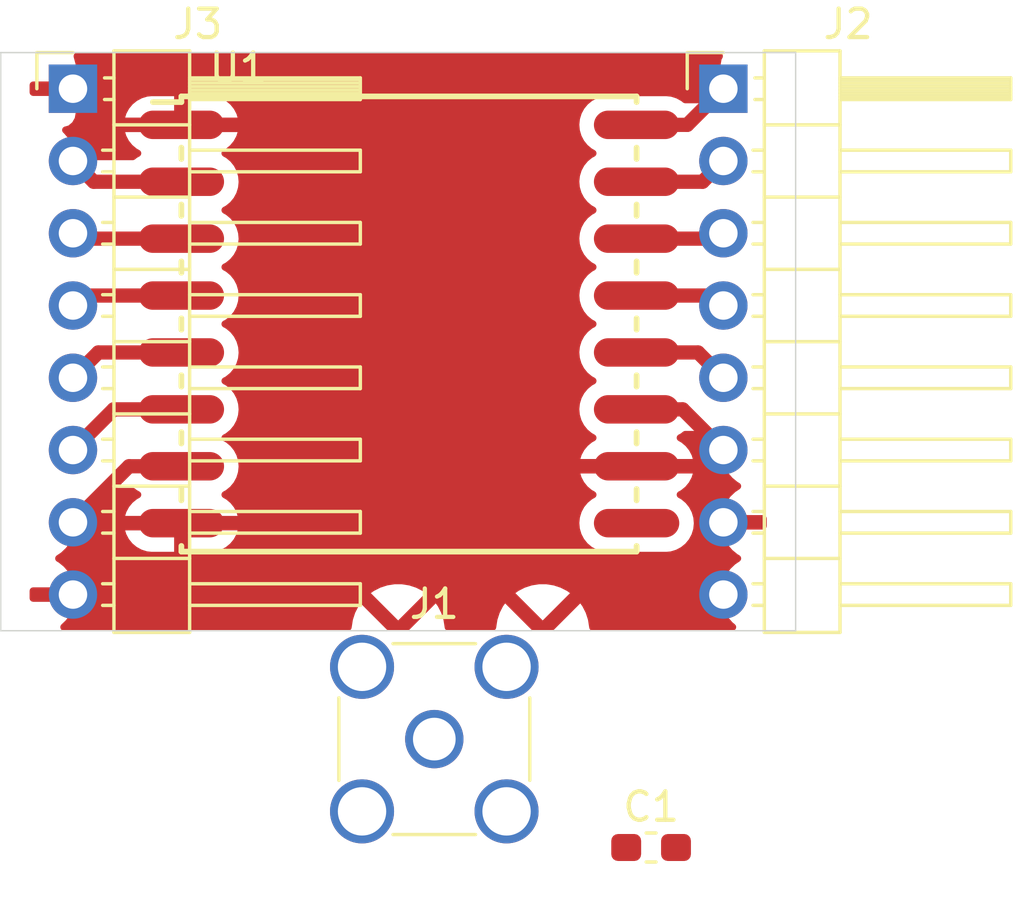
<source format=kicad_pcb>
(kicad_pcb (version 20190905) (host pcbnew "5.99.0-unknown-072ea9a~86~ubuntu18.04.1")

  (general
    (thickness 1.6)
    (drawings 4)
    (tracks 24)
    (modules 5)
    (nets 16)
  )

  (page "A4")
  (layers
    (0 "F.Cu" signal)
    (31 "B.Cu" signal)
    (32 "B.Adhes" user)
    (33 "F.Adhes" user)
    (34 "B.Paste" user)
    (35 "F.Paste" user)
    (36 "B.SilkS" user)
    (37 "F.SilkS" user)
    (38 "B.Mask" user)
    (39 "F.Mask" user)
    (40 "Dwgs.User" user)
    (41 "Cmts.User" user)
    (42 "Eco1.User" user)
    (43 "Eco2.User" user)
    (44 "Edge.Cuts" user)
    (45 "Margin" user)
    (46 "B.CrtYd" user)
    (47 "F.CrtYd" user)
    (48 "B.Fab" user)
    (49 "F.Fab" user)
  )

  (setup
    (stackup
      (layer "F.SilkS" (type "Top Silk Screen"))
      (layer "F.Paste" (type "Top Solder Paste"))
      (layer "F.Mask" (type "Top Solder Mask") (thickness 0.01) (epsilon_r 3.5) (loss_tangent 0))
      (layer "F.Cu" (type "copper") (thickness 0.035))
      (layer "dielectric 1" (type "core") (thickness 1.51) (material "FR4") (epsilon_r 4.5) (loss_tangent 0.02))
      (layer "B.Cu" (type "copper") (thickness 0.035))
      (layer "B.Mask" (type "Bottom Solder Mask") (thickness 0.01) (epsilon_r 3.5) (loss_tangent 0))
      (layer "B.Paste" (type "Bottom Solder Paste"))
      (layer "B.SilkS" (type "Bottom Silk Screen"))
      (copper_finish "None")
      (dielectric_constraints no)
    )
    (last_trace_width 0.5)
    (user_trace_width 0.3)
    (user_trace_width 0.4)
    (user_trace_width 0.5)
    (trace_clearance 0.2)
    (zone_clearance 0.508)
    (zone_45_only no)
    (trace_min 0.2)
    (via_size 0.8)
    (via_drill 0.4)
    (via_min_size 0.4)
    (via_min_drill 0.3)
    (uvia_size 0.3)
    (uvia_drill 0.1)
    (uvias_allowed no)
    (uvia_min_size 0.2)
    (uvia_min_drill 0.1)
    (max_error 0.005)
    (defaults
      (edge_clearance 0.01)
      (edge_cuts_line_width 0.05)
      (courtyard_line_width 0.05)
      (copper_line_width 0.2)
      (copper_text_dims (size 1.5 1.5) (thickness 0.3) keep_upright)
      (silk_line_width 0.12)
      (silk_text_dims (size 1 1) (thickness 0.15) keep_upright)
      (other_layers_line_width 0.1)
      (other_layers_text_dims (size 1 1) (thickness 0.15) keep_upright)
    )
    (pad_size 3 1)
    (pad_drill 0)
    (pad_to_mask_clearance 0.051)
    (solder_mask_min_width 0.25)
    (aux_axis_origin 0 0)
    (visible_elements FFFFFF7F)
    (pcbplotparams
      (layerselection 0x010fc_ffffffff)
      (usegerberextensions false)
      (usegerberattributes false)
      (usegerberadvancedattributes false)
      (creategerberjobfile false)
      (excludeedgelayer true)
      (linewidth 0.100000)
      (plotframeref false)
      (viasonmask false)
      (mode 1)
      (useauxorigin false)
      (hpglpennumber 1)
      (hpglpenspeed 20)
      (hpglpendiameter 15.000000)
      (psnegative false)
      (psa4output false)
      (plotreference true)
      (plotvalue true)
      (plotinvisibletext false)
      (padsonsilk false)
      (subtractmaskfromsilk false)
      (outputformat 1)
      (mirror false)
      (drillshape 1)
      (scaleselection 1)
      (outputdirectory "")
    )
  )

  (net 0 "")
  (net 1 "GND")
  (net 2 "+3V3")
  (net 3 "/RFM_IRQ")
  (net 4 "/RFM_RST")
  (net 5 "/RFM_NSS")
  (net 6 "/RFM_SCK")
  (net 7 "/RFM_MOSI")
  (net 8 "/RFM_MISO")
  (net 9 "Net-(J2-Pad8)")
  (net 10 "/ANT")
  (net 11 "/DIO02")
  (net 12 "/DIO01")
  (net 13 "/DIO04")
  (net 14 "/DIO03")
  (net 15 "/DIO5")

  (net_class "Default" "This is the default net class."
    (clearance 0.2)
    (trace_width 0.25)
    (via_dia 0.8)
    (via_drill 0.4)
    (uvia_dia 0.3)
    (uvia_drill 0.1)
    (add_net "+3V3")
    (add_net "/ANT")
    (add_net "/DIO01")
    (add_net "/DIO02")
    (add_net "/DIO03")
    (add_net "/DIO04")
    (add_net "/DIO5")
    (add_net "/RFM_IRQ")
    (add_net "/RFM_MISO")
    (add_net "/RFM_MOSI")
    (add_net "/RFM_NSS")
    (add_net "/RFM_RST")
    (add_net "/RFM_SCK")
    (add_net "GND")
    (add_net "Net-(J2-Pad8)")
  )

  (module "miceuz-lib:RFM95" (layer "F.Cu") (tedit 5D84EB73) (tstamp 5D84F5A0)
    (at 132.08 77.47)
    (path "/5D82CC67")
    (fp_text reference "U1" (at 2 -2) (layer "F.SilkS")
      (effects (font (size 1 1) (thickness 0.15)))
    )
    (fp_text value "RFM95W-868S2" (at 13.5 -1.8) (layer "F.Fab")
      (effects (font (size 1 1) (thickness 0.15)))
    )
    (fp_line (start 0 15) (end 0 14.8) (layer "F.SilkS") (width 0.2))
    (fp_line (start 16 15) (end 0 15) (layer "F.SilkS") (width 0.2))
    (fp_line (start 16 14.8) (end 16 15) (layer "F.SilkS") (width 0.2))
    (fp_line (start 16 12.8) (end 16 13.2) (layer "F.SilkS") (width 0.2))
    (fp_line (start 16 10.8) (end 16 11.2) (layer "F.SilkS") (width 0.2))
    (fp_line (start 16 8.8) (end 16 9.2) (layer "F.SilkS") (width 0.2))
    (fp_line (start 16 6.8) (end 16 7.2) (layer "F.SilkS") (width 0.2))
    (fp_line (start 16 4.8) (end 16 5.2) (layer "F.SilkS") (width 0.2))
    (fp_line (start 16 2.8) (end 16 3.2) (layer "F.SilkS") (width 0.2))
    (fp_line (start 16 0.8) (end 16 1.2) (layer "F.SilkS") (width 0.2))
    (fp_line (start 16 -1) (end 16 -0.8) (layer "F.SilkS") (width 0.2))
    (fp_line (start 0 12.8) (end 0 13.2) (layer "F.SilkS") (width 0.2))
    (fp_line (start 0 -0.8) (end 0 -1) (layer "F.SilkS") (width 0.2))
    (fp_line (start -1 -0.8) (end 0 -0.8) (layer "F.SilkS") (width 0.2))
    (fp_line (start 0 1.2) (end 0 0.8) (layer "F.SilkS") (width 0.2))
    (fp_line (start 0 3.2) (end 0 2.8) (layer "F.SilkS") (width 0.2))
    (fp_line (start 0 4.8) (end 0 5.2) (layer "F.SilkS") (width 0.2))
    (fp_line (start 0 6.8) (end 0 7.2) (layer "F.SilkS") (width 0.2))
    (fp_line (start 0 8.8) (end 0 9.2) (layer "F.SilkS") (width 0.2))
    (fp_line (start 0 10.8) (end 0 11.2) (layer "F.SilkS") (width 0.2))
    (fp_line (start 0 -1) (end 16 -1) (layer "F.SilkS") (width 0.2))
    (pad "16" smd oval (at 16 0) (size 3 1) (layers "F.Cu" "F.Paste" "F.Mask")
      (net 11 "/DIO02"))
    (pad "15" smd oval (at 16 2) (size 3 1) (layers "F.Cu" "F.Paste" "F.Mask")
      (net 12 "/DIO01"))
    (pad "14" smd oval (at 16 4) (size 3 1) (layers "F.Cu" "F.Paste" "F.Mask")
      (net 3 "/RFM_IRQ"))
    (pad "13" smd oval (at 16 6) (size 3 1) (layers "F.Cu" "F.Paste" "F.Mask")
      (net 2 "+3V3"))
    (pad "12" smd oval (at 16 8) (size 3 1) (layers "F.Cu" "F.Paste" "F.Mask")
      (net 13 "/DIO04"))
    (pad "11" smd oval (at 16 10) (size 3 1) (layers "F.Cu" "F.Paste" "F.Mask")
      (net 14 "/DIO03"))
    (pad "10" smd oval (at 16 12) (size 3 1) (layers "F.Cu" "F.Paste" "F.Mask")
      (net 1 "GND"))
    (pad "9" smd oval (at 16 14) (size 3 1) (layers "F.Cu" "F.Paste" "F.Mask")
      (net 10 "/ANT"))
    (pad "8" smd oval (at 0 14) (size 3 1) (layers "F.Cu" "F.Paste" "F.Mask")
      (net 1 "GND"))
    (pad "7" smd oval (at 0 12) (size 3 1) (layers "F.Cu" "F.Paste" "F.Mask")
      (net 15 "/DIO5"))
    (pad "6" smd oval (at 0 10) (size 3 1) (layers "F.Cu" "F.Paste" "F.Mask")
      (net 4 "/RFM_RST"))
    (pad "5" smd oval (at 0 8) (size 3 1) (layers "F.Cu" "F.Paste" "F.Mask")
      (net 5 "/RFM_NSS"))
    (pad "4" smd oval (at 0 6) (size 3 1) (layers "F.Cu" "F.Paste" "F.Mask")
      (net 6 "/RFM_SCK"))
    (pad "3" smd oval (at 0 4) (size 3 1) (layers "F.Cu" "F.Paste" "F.Mask")
      (net 7 "/RFM_MOSI"))
    (pad "2" smd oval (at 0 2) (size 3 1) (layers "F.Cu" "F.Paste" "F.Mask")
      (net 8 "/RFM_MISO"))
    (pad "1" smd oval (at 0 0) (size 3 1) (layers "F.Cu" "F.Paste" "F.Mask")
      (net 1 "GND"))
    (model "/home/miceuz/Xaltura/lora-brigde/RFM95 LoRa v15.step"
      (offset (xyz 16 -15 0))
      (scale (xyz 1 1 1))
      (rotate (xyz -90 0 180))
    )
  )

  (module "Pin_Headers:Pin_Header_Angled_1x08_Pitch2.54mm" (layer "F.Cu") (tedit 59650532) (tstamp 5D850547)
    (at 128.27 76.2)
    (descr "Through hole angled pin header, 1x08, 2.54mm pitch, 6mm pin length, single row")
    (tags "Through hole angled pin header THT 1x08 2.54mm single row")
    (path "/5D893DE2")
    (fp_text reference "J3" (at 4.385 -2.27) (layer "F.SilkS")
      (effects (font (size 1 1) (thickness 0.15)))
    )
    (fp_text value "Conn_01x08" (at 4.385 20.05) (layer "F.Fab")
      (effects (font (size 1 1) (thickness 0.15)))
    )
    (fp_text user "%R" (at 2.77 8.89 90) (layer "F.Fab")
      (effects (font (size 1 1) (thickness 0.15)))
    )
    (fp_line (start 10.55 -1.8) (end -1.8 -1.8) (layer "F.CrtYd") (width 0.05))
    (fp_line (start 10.55 19.55) (end 10.55 -1.8) (layer "F.CrtYd") (width 0.05))
    (fp_line (start -1.8 19.55) (end 10.55 19.55) (layer "F.CrtYd") (width 0.05))
    (fp_line (start -1.8 -1.8) (end -1.8 19.55) (layer "F.CrtYd") (width 0.05))
    (fp_line (start -1.27 -1.27) (end 0 -1.27) (layer "F.SilkS") (width 0.12))
    (fp_line (start -1.27 0) (end -1.27 -1.27) (layer "F.SilkS") (width 0.12))
    (fp_line (start 1.042929 18.16) (end 1.44 18.16) (layer "F.SilkS") (width 0.12))
    (fp_line (start 1.042929 17.4) (end 1.44 17.4) (layer "F.SilkS") (width 0.12))
    (fp_line (start 10.1 18.16) (end 4.1 18.16) (layer "F.SilkS") (width 0.12))
    (fp_line (start 10.1 17.4) (end 10.1 18.16) (layer "F.SilkS") (width 0.12))
    (fp_line (start 4.1 17.4) (end 10.1 17.4) (layer "F.SilkS") (width 0.12))
    (fp_line (start 1.44 16.51) (end 4.1 16.51) (layer "F.SilkS") (width 0.12))
    (fp_line (start 1.042929 15.62) (end 1.44 15.62) (layer "F.SilkS") (width 0.12))
    (fp_line (start 1.042929 14.86) (end 1.44 14.86) (layer "F.SilkS") (width 0.12))
    (fp_line (start 10.1 15.62) (end 4.1 15.62) (layer "F.SilkS") (width 0.12))
    (fp_line (start 10.1 14.86) (end 10.1 15.62) (layer "F.SilkS") (width 0.12))
    (fp_line (start 4.1 14.86) (end 10.1 14.86) (layer "F.SilkS") (width 0.12))
    (fp_line (start 1.44 13.97) (end 4.1 13.97) (layer "F.SilkS") (width 0.12))
    (fp_line (start 1.042929 13.08) (end 1.44 13.08) (layer "F.SilkS") (width 0.12))
    (fp_line (start 1.042929 12.32) (end 1.44 12.32) (layer "F.SilkS") (width 0.12))
    (fp_line (start 10.1 13.08) (end 4.1 13.08) (layer "F.SilkS") (width 0.12))
    (fp_line (start 10.1 12.32) (end 10.1 13.08) (layer "F.SilkS") (width 0.12))
    (fp_line (start 4.1 12.32) (end 10.1 12.32) (layer "F.SilkS") (width 0.12))
    (fp_line (start 1.44 11.43) (end 4.1 11.43) (layer "F.SilkS") (width 0.12))
    (fp_line (start 1.042929 10.54) (end 1.44 10.54) (layer "F.SilkS") (width 0.12))
    (fp_line (start 1.042929 9.78) (end 1.44 9.78) (layer "F.SilkS") (width 0.12))
    (fp_line (start 10.1 10.54) (end 4.1 10.54) (layer "F.SilkS") (width 0.12))
    (fp_line (start 10.1 9.78) (end 10.1 10.54) (layer "F.SilkS") (width 0.12))
    (fp_line (start 4.1 9.78) (end 10.1 9.78) (layer "F.SilkS") (width 0.12))
    (fp_line (start 1.44 8.89) (end 4.1 8.89) (layer "F.SilkS") (width 0.12))
    (fp_line (start 1.042929 8) (end 1.44 8) (layer "F.SilkS") (width 0.12))
    (fp_line (start 1.042929 7.24) (end 1.44 7.24) (layer "F.SilkS") (width 0.12))
    (fp_line (start 10.1 8) (end 4.1 8) (layer "F.SilkS") (width 0.12))
    (fp_line (start 10.1 7.24) (end 10.1 8) (layer "F.SilkS") (width 0.12))
    (fp_line (start 4.1 7.24) (end 10.1 7.24) (layer "F.SilkS") (width 0.12))
    (fp_line (start 1.44 6.35) (end 4.1 6.35) (layer "F.SilkS") (width 0.12))
    (fp_line (start 1.042929 5.46) (end 1.44 5.46) (layer "F.SilkS") (width 0.12))
    (fp_line (start 1.042929 4.7) (end 1.44 4.7) (layer "F.SilkS") (width 0.12))
    (fp_line (start 10.1 5.46) (end 4.1 5.46) (layer "F.SilkS") (width 0.12))
    (fp_line (start 10.1 4.7) (end 10.1 5.46) (layer "F.SilkS") (width 0.12))
    (fp_line (start 4.1 4.7) (end 10.1 4.7) (layer "F.SilkS") (width 0.12))
    (fp_line (start 1.44 3.81) (end 4.1 3.81) (layer "F.SilkS") (width 0.12))
    (fp_line (start 1.042929 2.92) (end 1.44 2.92) (layer "F.SilkS") (width 0.12))
    (fp_line (start 1.042929 2.16) (end 1.44 2.16) (layer "F.SilkS") (width 0.12))
    (fp_line (start 10.1 2.92) (end 4.1 2.92) (layer "F.SilkS") (width 0.12))
    (fp_line (start 10.1 2.16) (end 10.1 2.92) (layer "F.SilkS") (width 0.12))
    (fp_line (start 4.1 2.16) (end 10.1 2.16) (layer "F.SilkS") (width 0.12))
    (fp_line (start 1.44 1.27) (end 4.1 1.27) (layer "F.SilkS") (width 0.12))
    (fp_line (start 1.11 0.38) (end 1.44 0.38) (layer "F.SilkS") (width 0.12))
    (fp_line (start 1.11 -0.38) (end 1.44 -0.38) (layer "F.SilkS") (width 0.12))
    (fp_line (start 4.1 0.28) (end 10.1 0.28) (layer "F.SilkS") (width 0.12))
    (fp_line (start 4.1 0.16) (end 10.1 0.16) (layer "F.SilkS") (width 0.12))
    (fp_line (start 4.1 0.04) (end 10.1 0.04) (layer "F.SilkS") (width 0.12))
    (fp_line (start 4.1 -0.08) (end 10.1 -0.08) (layer "F.SilkS") (width 0.12))
    (fp_line (start 4.1 -0.2) (end 10.1 -0.2) (layer "F.SilkS") (width 0.12))
    (fp_line (start 4.1 -0.32) (end 10.1 -0.32) (layer "F.SilkS") (width 0.12))
    (fp_line (start 10.1 0.38) (end 4.1 0.38) (layer "F.SilkS") (width 0.12))
    (fp_line (start 10.1 -0.38) (end 10.1 0.38) (layer "F.SilkS") (width 0.12))
    (fp_line (start 4.1 -0.38) (end 10.1 -0.38) (layer "F.SilkS") (width 0.12))
    (fp_line (start 4.1 -1.33) (end 1.44 -1.33) (layer "F.SilkS") (width 0.12))
    (fp_line (start 4.1 19.11) (end 4.1 -1.33) (layer "F.SilkS") (width 0.12))
    (fp_line (start 1.44 19.11) (end 4.1 19.11) (layer "F.SilkS") (width 0.12))
    (fp_line (start 1.44 -1.33) (end 1.44 19.11) (layer "F.SilkS") (width 0.12))
    (fp_line (start 4.04 18.1) (end 10.04 18.1) (layer "F.Fab") (width 0.1))
    (fp_line (start 10.04 17.46) (end 10.04 18.1) (layer "F.Fab") (width 0.1))
    (fp_line (start 4.04 17.46) (end 10.04 17.46) (layer "F.Fab") (width 0.1))
    (fp_line (start -0.32 18.1) (end 1.5 18.1) (layer "F.Fab") (width 0.1))
    (fp_line (start -0.32 17.46) (end -0.32 18.1) (layer "F.Fab") (width 0.1))
    (fp_line (start -0.32 17.46) (end 1.5 17.46) (layer "F.Fab") (width 0.1))
    (fp_line (start 4.04 15.56) (end 10.04 15.56) (layer "F.Fab") (width 0.1))
    (fp_line (start 10.04 14.92) (end 10.04 15.56) (layer "F.Fab") (width 0.1))
    (fp_line (start 4.04 14.92) (end 10.04 14.92) (layer "F.Fab") (width 0.1))
    (fp_line (start -0.32 15.56) (end 1.5 15.56) (layer "F.Fab") (width 0.1))
    (fp_line (start -0.32 14.92) (end -0.32 15.56) (layer "F.Fab") (width 0.1))
    (fp_line (start -0.32 14.92) (end 1.5 14.92) (layer "F.Fab") (width 0.1))
    (fp_line (start 4.04 13.02) (end 10.04 13.02) (layer "F.Fab") (width 0.1))
    (fp_line (start 10.04 12.38) (end 10.04 13.02) (layer "F.Fab") (width 0.1))
    (fp_line (start 4.04 12.38) (end 10.04 12.38) (layer "F.Fab") (width 0.1))
    (fp_line (start -0.32 13.02) (end 1.5 13.02) (layer "F.Fab") (width 0.1))
    (fp_line (start -0.32 12.38) (end -0.32 13.02) (layer "F.Fab") (width 0.1))
    (fp_line (start -0.32 12.38) (end 1.5 12.38) (layer "F.Fab") (width 0.1))
    (fp_line (start 4.04 10.48) (end 10.04 10.48) (layer "F.Fab") (width 0.1))
    (fp_line (start 10.04 9.84) (end 10.04 10.48) (layer "F.Fab") (width 0.1))
    (fp_line (start 4.04 9.84) (end 10.04 9.84) (layer "F.Fab") (width 0.1))
    (fp_line (start -0.32 10.48) (end 1.5 10.48) (layer "F.Fab") (width 0.1))
    (fp_line (start -0.32 9.84) (end -0.32 10.48) (layer "F.Fab") (width 0.1))
    (fp_line (start -0.32 9.84) (end 1.5 9.84) (layer "F.Fab") (width 0.1))
    (fp_line (start 4.04 7.94) (end 10.04 7.94) (layer "F.Fab") (width 0.1))
    (fp_line (start 10.04 7.3) (end 10.04 7.94) (layer "F.Fab") (width 0.1))
    (fp_line (start 4.04 7.3) (end 10.04 7.3) (layer "F.Fab") (width 0.1))
    (fp_line (start -0.32 7.94) (end 1.5 7.94) (layer "F.Fab") (width 0.1))
    (fp_line (start -0.32 7.3) (end -0.32 7.94) (layer "F.Fab") (width 0.1))
    (fp_line (start -0.32 7.3) (end 1.5 7.3) (layer "F.Fab") (width 0.1))
    (fp_line (start 4.04 5.4) (end 10.04 5.4) (layer "F.Fab") (width 0.1))
    (fp_line (start 10.04 4.76) (end 10.04 5.4) (layer "F.Fab") (width 0.1))
    (fp_line (start 4.04 4.76) (end 10.04 4.76) (layer "F.Fab") (width 0.1))
    (fp_line (start -0.32 5.4) (end 1.5 5.4) (layer "F.Fab") (width 0.1))
    (fp_line (start -0.32 4.76) (end -0.32 5.4) (layer "F.Fab") (width 0.1))
    (fp_line (start -0.32 4.76) (end 1.5 4.76) (layer "F.Fab") (width 0.1))
    (fp_line (start 4.04 2.86) (end 10.04 2.86) (layer "F.Fab") (width 0.1))
    (fp_line (start 10.04 2.22) (end 10.04 2.86) (layer "F.Fab") (width 0.1))
    (fp_line (start 4.04 2.22) (end 10.04 2.22) (layer "F.Fab") (width 0.1))
    (fp_line (start -0.32 2.86) (end 1.5 2.86) (layer "F.Fab") (width 0.1))
    (fp_line (start -0.32 2.22) (end -0.32 2.86) (layer "F.Fab") (width 0.1))
    (fp_line (start -0.32 2.22) (end 1.5 2.22) (layer "F.Fab") (width 0.1))
    (fp_line (start 4.04 0.32) (end 10.04 0.32) (layer "F.Fab") (width 0.1))
    (fp_line (start 10.04 -0.32) (end 10.04 0.32) (layer "F.Fab") (width 0.1))
    (fp_line (start 4.04 -0.32) (end 10.04 -0.32) (layer "F.Fab") (width 0.1))
    (fp_line (start -0.32 0.32) (end 1.5 0.32) (layer "F.Fab") (width 0.1))
    (fp_line (start -0.32 -0.32) (end -0.32 0.32) (layer "F.Fab") (width 0.1))
    (fp_line (start -0.32 -0.32) (end 1.5 -0.32) (layer "F.Fab") (width 0.1))
    (fp_line (start 1.5 -0.635) (end 2.135 -1.27) (layer "F.Fab") (width 0.1))
    (fp_line (start 1.5 19.05) (end 1.5 -0.635) (layer "F.Fab") (width 0.1))
    (fp_line (start 4.04 19.05) (end 1.5 19.05) (layer "F.Fab") (width 0.1))
    (fp_line (start 4.04 -1.27) (end 4.04 19.05) (layer "F.Fab") (width 0.1))
    (fp_line (start 2.135 -1.27) (end 4.04 -1.27) (layer "F.Fab") (width 0.1))
    (pad "1" thru_hole rect (at 0 0) (size 1.7 1.7) (drill 1) (layers *.Cu *.Mask)
      (net 1 "GND"))
    (pad "2" thru_hole oval (at 0 2.54) (size 1.7 1.7) (drill 1) (layers *.Cu *.Mask)
      (net 8 "/RFM_MISO"))
    (pad "3" thru_hole oval (at 0 5.08) (size 1.7 1.7) (drill 1) (layers *.Cu *.Mask)
      (net 7 "/RFM_MOSI"))
    (pad "4" thru_hole oval (at 0 7.62) (size 1.7 1.7) (drill 1) (layers *.Cu *.Mask)
      (net 6 "/RFM_SCK"))
    (pad "5" thru_hole oval (at 0 10.16) (size 1.7 1.7) (drill 1) (layers *.Cu *.Mask)
      (net 5 "/RFM_NSS"))
    (pad "6" thru_hole oval (at 0 12.7) (size 1.7 1.7) (drill 1) (layers *.Cu *.Mask)
      (net 4 "/RFM_RST"))
    (pad "7" thru_hole oval (at 0 15.24) (size 1.7 1.7) (drill 1) (layers *.Cu *.Mask)
      (net 15 "/DIO5"))
    (pad "8" thru_hole oval (at 0 17.78) (size 1.7 1.7) (drill 1) (layers *.Cu *.Mask)
      (net 1 "GND"))
    (model "${KISYS3DMOD}/Pin_Headers.3dshapes/Pin_Header_Angled_1x08_Pitch2.54mm.wrl"
      (at (xyz 0 0 0))
      (scale (xyz 1 1 1))
      (rotate (xyz 0 0 0))
    )
  )

  (module "Pin_Headers:Pin_Header_Angled_1x08_Pitch2.54mm" (layer "F.Cu") (tedit 59650532) (tstamp 5D84F6F7)
    (at 151.13 76.2)
    (descr "Through hole angled pin header, 1x08, 2.54mm pitch, 6mm pin length, single row")
    (tags "Through hole angled pin header THT 1x08 2.54mm single row")
    (path "/5D895E52")
    (fp_text reference "J2" (at 4.385 -2.27) (layer "F.SilkS")
      (effects (font (size 1 1) (thickness 0.15)))
    )
    (fp_text value "Conn_01x08" (at 4.385 20.05) (layer "F.Fab")
      (effects (font (size 1 1) (thickness 0.15)))
    )
    (fp_text user "%R" (at 2.77 8.89 90) (layer "F.Fab")
      (effects (font (size 1 1) (thickness 0.15)))
    )
    (fp_line (start 10.55 -1.8) (end -1.8 -1.8) (layer "F.CrtYd") (width 0.05))
    (fp_line (start 10.55 19.55) (end 10.55 -1.8) (layer "F.CrtYd") (width 0.05))
    (fp_line (start -1.8 19.55) (end 10.55 19.55) (layer "F.CrtYd") (width 0.05))
    (fp_line (start -1.8 -1.8) (end -1.8 19.55) (layer "F.CrtYd") (width 0.05))
    (fp_line (start -1.27 -1.27) (end 0 -1.27) (layer "F.SilkS") (width 0.12))
    (fp_line (start -1.27 0) (end -1.27 -1.27) (layer "F.SilkS") (width 0.12))
    (fp_line (start 1.042929 18.16) (end 1.44 18.16) (layer "F.SilkS") (width 0.12))
    (fp_line (start 1.042929 17.4) (end 1.44 17.4) (layer "F.SilkS") (width 0.12))
    (fp_line (start 10.1 18.16) (end 4.1 18.16) (layer "F.SilkS") (width 0.12))
    (fp_line (start 10.1 17.4) (end 10.1 18.16) (layer "F.SilkS") (width 0.12))
    (fp_line (start 4.1 17.4) (end 10.1 17.4) (layer "F.SilkS") (width 0.12))
    (fp_line (start 1.44 16.51) (end 4.1 16.51) (layer "F.SilkS") (width 0.12))
    (fp_line (start 1.042929 15.62) (end 1.44 15.62) (layer "F.SilkS") (width 0.12))
    (fp_line (start 1.042929 14.86) (end 1.44 14.86) (layer "F.SilkS") (width 0.12))
    (fp_line (start 10.1 15.62) (end 4.1 15.62) (layer "F.SilkS") (width 0.12))
    (fp_line (start 10.1 14.86) (end 10.1 15.62) (layer "F.SilkS") (width 0.12))
    (fp_line (start 4.1 14.86) (end 10.1 14.86) (layer "F.SilkS") (width 0.12))
    (fp_line (start 1.44 13.97) (end 4.1 13.97) (layer "F.SilkS") (width 0.12))
    (fp_line (start 1.042929 13.08) (end 1.44 13.08) (layer "F.SilkS") (width 0.12))
    (fp_line (start 1.042929 12.32) (end 1.44 12.32) (layer "F.SilkS") (width 0.12))
    (fp_line (start 10.1 13.08) (end 4.1 13.08) (layer "F.SilkS") (width 0.12))
    (fp_line (start 10.1 12.32) (end 10.1 13.08) (layer "F.SilkS") (width 0.12))
    (fp_line (start 4.1 12.32) (end 10.1 12.32) (layer "F.SilkS") (width 0.12))
    (fp_line (start 1.44 11.43) (end 4.1 11.43) (layer "F.SilkS") (width 0.12))
    (fp_line (start 1.042929 10.54) (end 1.44 10.54) (layer "F.SilkS") (width 0.12))
    (fp_line (start 1.042929 9.78) (end 1.44 9.78) (layer "F.SilkS") (width 0.12))
    (fp_line (start 10.1 10.54) (end 4.1 10.54) (layer "F.SilkS") (width 0.12))
    (fp_line (start 10.1 9.78) (end 10.1 10.54) (layer "F.SilkS") (width 0.12))
    (fp_line (start 4.1 9.78) (end 10.1 9.78) (layer "F.SilkS") (width 0.12))
    (fp_line (start 1.44 8.89) (end 4.1 8.89) (layer "F.SilkS") (width 0.12))
    (fp_line (start 1.042929 8) (end 1.44 8) (layer "F.SilkS") (width 0.12))
    (fp_line (start 1.042929 7.24) (end 1.44 7.24) (layer "F.SilkS") (width 0.12))
    (fp_line (start 10.1 8) (end 4.1 8) (layer "F.SilkS") (width 0.12))
    (fp_line (start 10.1 7.24) (end 10.1 8) (layer "F.SilkS") (width 0.12))
    (fp_line (start 4.1 7.24) (end 10.1 7.24) (layer "F.SilkS") (width 0.12))
    (fp_line (start 1.44 6.35) (end 4.1 6.35) (layer "F.SilkS") (width 0.12))
    (fp_line (start 1.042929 5.46) (end 1.44 5.46) (layer "F.SilkS") (width 0.12))
    (fp_line (start 1.042929 4.7) (end 1.44 4.7) (layer "F.SilkS") (width 0.12))
    (fp_line (start 10.1 5.46) (end 4.1 5.46) (layer "F.SilkS") (width 0.12))
    (fp_line (start 10.1 4.7) (end 10.1 5.46) (layer "F.SilkS") (width 0.12))
    (fp_line (start 4.1 4.7) (end 10.1 4.7) (layer "F.SilkS") (width 0.12))
    (fp_line (start 1.44 3.81) (end 4.1 3.81) (layer "F.SilkS") (width 0.12))
    (fp_line (start 1.042929 2.92) (end 1.44 2.92) (layer "F.SilkS") (width 0.12))
    (fp_line (start 1.042929 2.16) (end 1.44 2.16) (layer "F.SilkS") (width 0.12))
    (fp_line (start 10.1 2.92) (end 4.1 2.92) (layer "F.SilkS") (width 0.12))
    (fp_line (start 10.1 2.16) (end 10.1 2.92) (layer "F.SilkS") (width 0.12))
    (fp_line (start 4.1 2.16) (end 10.1 2.16) (layer "F.SilkS") (width 0.12))
    (fp_line (start 1.44 1.27) (end 4.1 1.27) (layer "F.SilkS") (width 0.12))
    (fp_line (start 1.11 0.38) (end 1.44 0.38) (layer "F.SilkS") (width 0.12))
    (fp_line (start 1.11 -0.38) (end 1.44 -0.38) (layer "F.SilkS") (width 0.12))
    (fp_line (start 4.1 0.28) (end 10.1 0.28) (layer "F.SilkS") (width 0.12))
    (fp_line (start 4.1 0.16) (end 10.1 0.16) (layer "F.SilkS") (width 0.12))
    (fp_line (start 4.1 0.04) (end 10.1 0.04) (layer "F.SilkS") (width 0.12))
    (fp_line (start 4.1 -0.08) (end 10.1 -0.08) (layer "F.SilkS") (width 0.12))
    (fp_line (start 4.1 -0.2) (end 10.1 -0.2) (layer "F.SilkS") (width 0.12))
    (fp_line (start 4.1 -0.32) (end 10.1 -0.32) (layer "F.SilkS") (width 0.12))
    (fp_line (start 10.1 0.38) (end 4.1 0.38) (layer "F.SilkS") (width 0.12))
    (fp_line (start 10.1 -0.38) (end 10.1 0.38) (layer "F.SilkS") (width 0.12))
    (fp_line (start 4.1 -0.38) (end 10.1 -0.38) (layer "F.SilkS") (width 0.12))
    (fp_line (start 4.1 -1.33) (end 1.44 -1.33) (layer "F.SilkS") (width 0.12))
    (fp_line (start 4.1 19.11) (end 4.1 -1.33) (layer "F.SilkS") (width 0.12))
    (fp_line (start 1.44 19.11) (end 4.1 19.11) (layer "F.SilkS") (width 0.12))
    (fp_line (start 1.44 -1.33) (end 1.44 19.11) (layer "F.SilkS") (width 0.12))
    (fp_line (start 4.04 18.1) (end 10.04 18.1) (layer "F.Fab") (width 0.1))
    (fp_line (start 10.04 17.46) (end 10.04 18.1) (layer "F.Fab") (width 0.1))
    (fp_line (start 4.04 17.46) (end 10.04 17.46) (layer "F.Fab") (width 0.1))
    (fp_line (start -0.32 18.1) (end 1.5 18.1) (layer "F.Fab") (width 0.1))
    (fp_line (start -0.32 17.46) (end -0.32 18.1) (layer "F.Fab") (width 0.1))
    (fp_line (start -0.32 17.46) (end 1.5 17.46) (layer "F.Fab") (width 0.1))
    (fp_line (start 4.04 15.56) (end 10.04 15.56) (layer "F.Fab") (width 0.1))
    (fp_line (start 10.04 14.92) (end 10.04 15.56) (layer "F.Fab") (width 0.1))
    (fp_line (start 4.04 14.92) (end 10.04 14.92) (layer "F.Fab") (width 0.1))
    (fp_line (start -0.32 15.56) (end 1.5 15.56) (layer "F.Fab") (width 0.1))
    (fp_line (start -0.32 14.92) (end -0.32 15.56) (layer "F.Fab") (width 0.1))
    (fp_line (start -0.32 14.92) (end 1.5 14.92) (layer "F.Fab") (width 0.1))
    (fp_line (start 4.04 13.02) (end 10.04 13.02) (layer "F.Fab") (width 0.1))
    (fp_line (start 10.04 12.38) (end 10.04 13.02) (layer "F.Fab") (width 0.1))
    (fp_line (start 4.04 12.38) (end 10.04 12.38) (layer "F.Fab") (width 0.1))
    (fp_line (start -0.32 13.02) (end 1.5 13.02) (layer "F.Fab") (width 0.1))
    (fp_line (start -0.32 12.38) (end -0.32 13.02) (layer "F.Fab") (width 0.1))
    (fp_line (start -0.32 12.38) (end 1.5 12.38) (layer "F.Fab") (width 0.1))
    (fp_line (start 4.04 10.48) (end 10.04 10.48) (layer "F.Fab") (width 0.1))
    (fp_line (start 10.04 9.84) (end 10.04 10.48) (layer "F.Fab") (width 0.1))
    (fp_line (start 4.04 9.84) (end 10.04 9.84) (layer "F.Fab") (width 0.1))
    (fp_line (start -0.32 10.48) (end 1.5 10.48) (layer "F.Fab") (width 0.1))
    (fp_line (start -0.32 9.84) (end -0.32 10.48) (layer "F.Fab") (width 0.1))
    (fp_line (start -0.32 9.84) (end 1.5 9.84) (layer "F.Fab") (width 0.1))
    (fp_line (start 4.04 7.94) (end 10.04 7.94) (layer "F.Fab") (width 0.1))
    (fp_line (start 10.04 7.3) (end 10.04 7.94) (layer "F.Fab") (width 0.1))
    (fp_line (start 4.04 7.3) (end 10.04 7.3) (layer "F.Fab") (width 0.1))
    (fp_line (start -0.32 7.94) (end 1.5 7.94) (layer "F.Fab") (width 0.1))
    (fp_line (start -0.32 7.3) (end -0.32 7.94) (layer "F.Fab") (width 0.1))
    (fp_line (start -0.32 7.3) (end 1.5 7.3) (layer "F.Fab") (width 0.1))
    (fp_line (start 4.04 5.4) (end 10.04 5.4) (layer "F.Fab") (width 0.1))
    (fp_line (start 10.04 4.76) (end 10.04 5.4) (layer "F.Fab") (width 0.1))
    (fp_line (start 4.04 4.76) (end 10.04 4.76) (layer "F.Fab") (width 0.1))
    (fp_line (start -0.32 5.4) (end 1.5 5.4) (layer "F.Fab") (width 0.1))
    (fp_line (start -0.32 4.76) (end -0.32 5.4) (layer "F.Fab") (width 0.1))
    (fp_line (start -0.32 4.76) (end 1.5 4.76) (layer "F.Fab") (width 0.1))
    (fp_line (start 4.04 2.86) (end 10.04 2.86) (layer "F.Fab") (width 0.1))
    (fp_line (start 10.04 2.22) (end 10.04 2.86) (layer "F.Fab") (width 0.1))
    (fp_line (start 4.04 2.22) (end 10.04 2.22) (layer "F.Fab") (width 0.1))
    (fp_line (start -0.32 2.86) (end 1.5 2.86) (layer "F.Fab") (width 0.1))
    (fp_line (start -0.32 2.22) (end -0.32 2.86) (layer "F.Fab") (width 0.1))
    (fp_line (start -0.32 2.22) (end 1.5 2.22) (layer "F.Fab") (width 0.1))
    (fp_line (start 4.04 0.32) (end 10.04 0.32) (layer "F.Fab") (width 0.1))
    (fp_line (start 10.04 -0.32) (end 10.04 0.32) (layer "F.Fab") (width 0.1))
    (fp_line (start 4.04 -0.32) (end 10.04 -0.32) (layer "F.Fab") (width 0.1))
    (fp_line (start -0.32 0.32) (end 1.5 0.32) (layer "F.Fab") (width 0.1))
    (fp_line (start -0.32 -0.32) (end -0.32 0.32) (layer "F.Fab") (width 0.1))
    (fp_line (start -0.32 -0.32) (end 1.5 -0.32) (layer "F.Fab") (width 0.1))
    (fp_line (start 1.5 -0.635) (end 2.135 -1.27) (layer "F.Fab") (width 0.1))
    (fp_line (start 1.5 19.05) (end 1.5 -0.635) (layer "F.Fab") (width 0.1))
    (fp_line (start 4.04 19.05) (end 1.5 19.05) (layer "F.Fab") (width 0.1))
    (fp_line (start 4.04 -1.27) (end 4.04 19.05) (layer "F.Fab") (width 0.1))
    (fp_line (start 2.135 -1.27) (end 4.04 -1.27) (layer "F.Fab") (width 0.1))
    (pad "1" thru_hole rect (at 0 0) (size 1.7 1.7) (drill 1) (layers *.Cu *.Mask)
      (net 11 "/DIO02"))
    (pad "2" thru_hole oval (at 0 2.54) (size 1.7 1.7) (drill 1) (layers *.Cu *.Mask)
      (net 12 "/DIO01"))
    (pad "3" thru_hole oval (at 0 5.08) (size 1.7 1.7) (drill 1) (layers *.Cu *.Mask)
      (net 3 "/RFM_IRQ"))
    (pad "4" thru_hole oval (at 0 7.62) (size 1.7 1.7) (drill 1) (layers *.Cu *.Mask)
      (net 2 "+3V3"))
    (pad "5" thru_hole oval (at 0 10.16) (size 1.7 1.7) (drill 1) (layers *.Cu *.Mask)
      (net 13 "/DIO04"))
    (pad "6" thru_hole oval (at 0 12.7) (size 1.7 1.7) (drill 1) (layers *.Cu *.Mask)
      (net 14 "/DIO03"))
    (pad "7" thru_hole oval (at 0 15.24) (size 1.7 1.7) (drill 1) (layers *.Cu *.Mask)
      (net 1 "GND"))
    (pad "8" thru_hole oval (at 0 17.78) (size 1.7 1.7) (drill 1) (layers *.Cu *.Mask)
      (net 9 "Net-(J2-Pad8)"))
    (model "${KISYS3DMOD}/Pin_Headers.3dshapes/Pin_Header_Angled_1x08_Pitch2.54mm.wrl"
      (at (xyz 0 0 0))
      (scale (xyz 1 1 1))
      (rotate (xyz 0 0 0))
    )
  )

  (module "Connector_Coaxial:SMA_Amphenol_901-144_Vertical" (layer "F.Cu") (tedit 5B2F4C32) (tstamp 5D84FE35)
    (at 140.97 99.06)
    (descr "https://www.amphenolrf.com/downloads/dl/file/id/7023/product/3103/901_144_customer_drawing.pdf")
    (tags "SMA THT Female Jack Vertical")
    (path "/5D83A63A")
    (fp_text reference "J1" (at 0 -4.75) (layer "F.SilkS")
      (effects (font (size 1 1) (thickness 0.15)))
    )
    (fp_text value "ANT" (at 0 5) (layer "F.Fab")
      (effects (font (size 1 1) (thickness 0.15)))
    )
    (fp_circle (center 0 0) (end 3.175 0) (layer "F.Fab") (width 0.1))
    (fp_line (start 4.17 4.17) (end -4.17 4.17) (layer "F.CrtYd") (width 0.05))
    (fp_line (start 4.17 4.17) (end 4.17 -4.17) (layer "F.CrtYd") (width 0.05))
    (fp_line (start -4.17 -4.17) (end -4.17 4.17) (layer "F.CrtYd") (width 0.05))
    (fp_line (start -4.17 -4.17) (end 4.17 -4.17) (layer "F.CrtYd") (width 0.05))
    (fp_line (start -3.175 -3.175) (end 3.175 -3.175) (layer "F.Fab") (width 0.1))
    (fp_line (start -3.175 -3.175) (end -3.175 3.175) (layer "F.Fab") (width 0.1))
    (fp_line (start -3.175 3.175) (end 3.175 3.175) (layer "F.Fab") (width 0.1))
    (fp_line (start 3.175 -3.175) (end 3.175 3.175) (layer "F.Fab") (width 0.1))
    (fp_line (start -3.355 -1.45) (end -3.355 1.45) (layer "F.SilkS") (width 0.12))
    (fp_line (start 3.355 -1.45) (end 3.355 1.45) (layer "F.SilkS") (width 0.12))
    (fp_line (start -1.45 3.355) (end 1.45 3.355) (layer "F.SilkS") (width 0.12))
    (fp_line (start -1.45 -3.355) (end 1.45 -3.355) (layer "F.SilkS") (width 0.12))
    (fp_text user "%R" (at 0 0) (layer "F.Fab")
      (effects (font (size 1 1) (thickness 0.15)))
    )
    (pad "2" thru_hole circle (at -2.54 2.54) (size 2.25 2.25) (drill 1.7) (layers *.Cu *.Mask)
      (net 1 "GND"))
    (pad "2" thru_hole circle (at -2.54 -2.54) (size 2.25 2.25) (drill 1.7) (layers *.Cu *.Mask)
      (net 1 "GND"))
    (pad "2" thru_hole circle (at 2.54 -2.54) (size 2.25 2.25) (drill 1.7) (layers *.Cu *.Mask)
      (net 1 "GND"))
    (pad "2" thru_hole circle (at 2.54 2.54) (size 2.25 2.25) (drill 1.7) (layers *.Cu *.Mask)
      (net 1 "GND"))
    (pad "1" thru_hole circle (at 0 0) (size 2.05 2.05) (drill 1.5) (layers *.Cu *.Mask)
      (net 10 "/ANT"))
    (model "${KISYS3DMOD}/Connector_Coaxial.3dshapes/SMA_Amphenol_901-144_Vertical.wrl"
      (at (xyz 0 0 0))
      (scale (xyz 1 1 1))
      (rotate (xyz 0 0 0))
    )
  )

  (module "Capacitor_SMD:C_0603_1608Metric_Pad1.05x0.95mm_HandSolder" (layer "F.Cu") (tedit 5B301BBE) (tstamp 5D84F560)
    (at 148.59 102.87)
    (descr "Capacitor SMD 0603 (1608 Metric), square (rectangular) end terminal, IPC_7351 nominal with elongated pad for handsoldering. (Body size source: http://www.tortai-tech.com/upload/download/2011102023233369053.pdf), generated with kicad-footprint-generator")
    (tags "capacitor handsolder")
    (path "/5D831C25")
    (attr smd)
    (fp_text reference "C1" (at 0 -1.43) (layer "F.SilkS")
      (effects (font (size 1 1) (thickness 0.15)))
    )
    (fp_text value "C" (at 0 1.43) (layer "F.Fab")
      (effects (font (size 1 1) (thickness 0.15)))
    )
    (fp_line (start -0.8 0.4) (end -0.8 -0.4) (layer "F.Fab") (width 0.1))
    (fp_line (start -0.8 -0.4) (end 0.8 -0.4) (layer "F.Fab") (width 0.1))
    (fp_line (start 0.8 -0.4) (end 0.8 0.4) (layer "F.Fab") (width 0.1))
    (fp_line (start 0.8 0.4) (end -0.8 0.4) (layer "F.Fab") (width 0.1))
    (fp_line (start -0.171267 -0.51) (end 0.171267 -0.51) (layer "F.SilkS") (width 0.12))
    (fp_line (start -0.171267 0.51) (end 0.171267 0.51) (layer "F.SilkS") (width 0.12))
    (fp_line (start -1.65 0.73) (end -1.65 -0.73) (layer "F.CrtYd") (width 0.05))
    (fp_line (start -1.65 -0.73) (end 1.65 -0.73) (layer "F.CrtYd") (width 0.05))
    (fp_line (start 1.65 -0.73) (end 1.65 0.73) (layer "F.CrtYd") (width 0.05))
    (fp_line (start 1.65 0.73) (end -1.65 0.73) (layer "F.CrtYd") (width 0.05))
    (fp_text user "%R" (at 0 0) (layer "F.Fab")
      (effects (font (size 0.4 0.4) (thickness 0.06)))
    )
    (pad "2" smd roundrect (at 0.875 0) (size 1.05 0.95) (layers "F.Cu" "F.Paste" "F.Mask") (roundrect_rratio 0.25)
      (net 1 "GND"))
    (pad "1" smd roundrect (at -0.875 0) (size 1.05 0.95) (layers "F.Cu" "F.Paste" "F.Mask") (roundrect_rratio 0.25)
      (net 2 "+3V3"))
    (model "${KISYS3DMOD}/Capacitor_SMD.3dshapes/C_0603_1608Metric.wrl"
      (at (xyz 0 0 0))
      (scale (xyz 1 1 1))
      (rotate (xyz 0 0 0))
    )
  )

  (gr_line (start 125.73 95.25) (end 125.73 74.93) (layer "Edge.Cuts") (width 0.05))
  (gr_line (start 153.67 95.25) (end 125.73 95.25) (layer "Edge.Cuts") (width 0.05))
  (gr_line (start 153.67 74.93) (end 153.67 95.25) (layer "Edge.Cuts") (width 0.05))
  (gr_line (start 125.73 74.93) (end 153.67 74.93) (layer "Edge.Cuts") (width 0.05))

  (segment (start 148.08 87.47) (end 149.7 87.47) (width 0.5) (layer "F.Cu") (net 14))
  (segment (start 149.7 87.47) (end 151.13 88.9) (width 0.5) (layer "F.Cu") (net 14))
  (segment (start 148.08 85.47) (end 150.24 85.47) (width 0.5) (layer "F.Cu") (net 13))
  (segment (start 150.24 85.47) (end 151.13 86.36) (width 0.5) (layer "F.Cu") (net 13))
  (segment (start 148.08 83.47) (end 150.78 83.47) (width 0.5) (layer "F.Cu") (net 2))
  (segment (start 150.78 83.47) (end 151.13 83.82) (width 0.5) (layer "F.Cu") (net 2))
  (segment (start 148.08 81.47) (end 150.94 81.47) (width 0.5) (layer "F.Cu") (net 3))
  (segment (start 150.94 81.47) (end 151.13 81.28) (width 0.5) (layer "F.Cu") (net 3))
  (segment (start 148.08 79.47) (end 150.4 79.47) (width 0.5) (layer "F.Cu") (net 12))
  (segment (start 150.4 79.47) (end 151.13 78.74) (width 0.5) (layer "F.Cu") (net 12))
  (segment (start 148.08 77.47) (end 149.86 77.47) (width 0.5) (layer "F.Cu") (net 11))
  (segment (start 149.86 77.47) (end 151.13 76.2) (width 0.5) (layer "F.Cu") (net 11))
  (segment (start 132.08 89.47) (end 130.24 89.47) (width 0.5) (layer "F.Cu") (net 15))
  (segment (start 130.24 89.47) (end 128.27 91.44) (width 0.5) (layer "F.Cu") (net 15))
  (segment (start 132.08 87.47) (end 129.7 87.47) (width 0.5) (layer "F.Cu") (net 4))
  (segment (start 129.7 87.47) (end 128.27 88.9) (width 0.5) (layer "F.Cu") (net 4))
  (segment (start 132.08 85.47) (end 129.16 85.47) (width 0.5) (layer "F.Cu") (net 5))
  (segment (start 129.16 85.47) (end 128.27 86.36) (width 0.5) (layer "F.Cu") (net 5))
  (segment (start 132.08 83.47) (end 128.62 83.47) (width 0.5) (layer "F.Cu") (net 6))
  (segment (start 128.62 83.47) (end 128.27 83.82) (width 0.5) (layer "F.Cu") (net 6))
  (segment (start 132.08 81.47) (end 128.46 81.47) (width 0.5) (layer "F.Cu") (net 7))
  (segment (start 128.46 81.47) (end 128.27 81.28) (width 0.5) (layer "F.Cu") (net 7))
  (segment (start 132.08 79.47) (end 129 79.47) (width 0.5) (layer "F.Cu") (net 8))
  (segment (start 129 79.47) (end 128.27 78.74) (width 0.5) (layer "F.Cu") (net 8))

  (zone (net 1) (net_name "GND") (layer "F.Cu") (tstamp 0) (hatch edge 0.508)
    (connect_pads (clearance 0.508))
    (min_thickness 0.254)
    (fill yes (thermal_gap 0.508) (thermal_bridge_width 0.508))
    (polygon
      (pts
        (xy 125.73 74.93) (xy 153.67 74.93) (xy 153.67 95.25) (xy 125.73 95.25)
      )
    )
    (filled_polygon
      (pts
        (xy 150.945044 75.129814) (xy 150.908163 75.338976) (xy 150.908163 76.441674) (xy 150.763837 76.586) (xy 149.790747 76.586)
        (xy 149.723769 76.529799) (xy 149.52889 76.422663) (xy 149.316488 76.355285) (xy 149.133004 76.336) (xy 147.024098 76.336)
        (xy 146.858673 76.35222) (xy 146.645778 76.416498) (xy 146.44942 76.520901) (xy 146.277082 76.661457) (xy 146.135327 76.83281)
        (xy 146.029554 77.028433) (xy 145.963793 77.240876) (xy 145.940547 77.462045) (xy 145.960702 77.683517) (xy 146.023492 77.896857)
        (xy 146.126523 78.093938) (xy 146.265872 78.267253) (xy 146.436231 78.410201) (xy 146.545078 78.47004) (xy 146.44942 78.520901)
        (xy 146.277082 78.661457) (xy 146.135327 78.83281) (xy 146.029554 79.028433) (xy 145.963793 79.240876) (xy 145.940547 79.462045)
        (xy 145.960702 79.683517) (xy 146.023492 79.896857) (xy 146.126523 80.093938) (xy 146.265872 80.267253) (xy 146.436231 80.410201)
        (xy 146.545078 80.47004) (xy 146.44942 80.520901) (xy 146.277082 80.661457) (xy 146.135327 80.83281) (xy 146.029554 81.028433)
        (xy 145.963793 81.240876) (xy 145.940547 81.462045) (xy 145.960702 81.683517) (xy 146.023492 81.896857) (xy 146.126523 82.093938)
        (xy 146.265872 82.267253) (xy 146.436231 82.410201) (xy 146.545078 82.47004) (xy 146.44942 82.520901) (xy 146.277082 82.661457)
        (xy 146.135327 82.83281) (xy 146.029554 83.028433) (xy 145.963793 83.240876) (xy 145.940547 83.462045) (xy 145.960702 83.683517)
        (xy 146.023492 83.896857) (xy 146.126523 84.093938) (xy 146.265872 84.267253) (xy 146.436231 84.410201) (xy 146.545078 84.47004)
        (xy 146.44942 84.520901) (xy 146.277082 84.661457) (xy 146.135327 84.83281) (xy 146.029554 85.028433) (xy 145.963793 85.240876)
        (xy 145.940547 85.462045) (xy 145.960702 85.683517) (xy 146.023492 85.896857) (xy 146.126523 86.093938) (xy 146.265872 86.267253)
        (xy 146.436231 86.410201) (xy 146.545078 86.47004) (xy 146.44942 86.520901) (xy 146.277082 86.661457) (xy 146.135327 86.83281)
        (xy 146.029554 87.028433) (xy 145.963793 87.240876) (xy 145.940547 87.462045) (xy 145.960702 87.683517) (xy 146.023492 87.896857)
        (xy 146.126523 88.093938) (xy 146.265872 88.267253) (xy 146.436231 88.410201) (xy 146.545078 88.47004) (xy 146.44942 88.520901)
        (xy 146.277082 88.661457) (xy 146.135327 88.83281) (xy 146.029554 89.028433) (xy 145.932491 89.342) (xy 150.224467 89.342)
        (xy 150.136508 89.043143) (xy 150.033477 88.846062) (xy 149.894128 88.672747) (xy 149.723769 88.529799) (xy 149.614922 88.46996)
        (xy 149.71058 88.419098) (xy 149.790398 88.354) (xy 150.603837 88.354) (xy 150.931881 88.682044) (xy 150.912292 88.829841)
        (xy 150.92174 89.081508) (xy 150.973456 89.327983) (xy 151.065961 89.562222) (xy 151.19661 89.777526) (xy 151.361669 89.967739)
        (xy 151.556416 90.127422) (xy 151.630061 90.169343) (xy 151.46676 90.279284) (xy 151.284534 90.453119) (xy 151.134203 90.655172)
        (xy 151.020064 90.879666) (xy 150.945382 91.120181) (xy 150.919957 91.312) (xy 152.528 91.312) (xy 152.528 91.568)
        (xy 150.910513 91.568) (xy 150.973456 91.867983) (xy 151.065961 92.102222) (xy 151.19661 92.317526) (xy 151.361669 92.507739)
        (xy 151.556416 92.667422) (xy 151.630061 92.709343) (xy 151.46676 92.819284) (xy 151.284534 92.993119) (xy 151.134203 93.195172)
        (xy 151.020064 93.419666) (xy 150.945382 93.660181) (xy 150.912292 93.909841) (xy 150.92174 94.161508) (xy 150.973456 94.407983)
        (xy 151.065961 94.642222) (xy 151.19661 94.857526) (xy 151.361669 95.047739) (xy 151.454676 95.124) (xy 146.538999 95.124)
        (xy 146.538999 95.111564) (xy 146.495688 94.8381) (xy 146.410129 94.574779) (xy 146.284431 94.328084) (xy 146.115479 94.09554)
        (xy 145.08702 95.124) (xy 144.47298 95.124) (xy 143.444521 94.09554) (xy 143.275569 94.328084) (xy 143.149871 94.574779)
        (xy 143.064312 94.8381) (xy 143.021001 95.111564) (xy 143.021001 95.124) (xy 141.458999 95.124) (xy 141.458999 95.111564)
        (xy 141.415688 94.8381) (xy 141.330129 94.574779) (xy 141.204431 94.328084) (xy 141.035479 94.09554) (xy 140.00702 95.124)
        (xy 139.39298 95.124) (xy 138.364521 94.09554) (xy 138.195569 94.328084) (xy 138.069871 94.574779) (xy 137.984312 94.8381)
        (xy 137.941001 95.111564) (xy 137.941001 95.124) (xy 127.950763 95.124) (xy 128.115466 94.966881) (xy 128.265797 94.764828)
        (xy 128.379936 94.540334) (xy 128.454618 94.299819) (xy 128.480043 94.108) (xy 126.872 94.108) (xy 126.872 93.914521)
        (xy 138.54554 93.914521) (xy 139.7 95.068981) (xy 140.85446 93.914521) (xy 143.62554 93.914521) (xy 144.78 95.068981)
        (xy 145.93446 93.914521) (xy 145.701916 93.745569) (xy 145.455221 93.619871) (xy 145.1919 93.534312) (xy 144.918436 93.491001)
        (xy 144.641564 93.491001) (xy 144.3681 93.534312) (xy 144.104779 93.619871) (xy 143.858084 93.745569) (xy 143.62554 93.914521)
        (xy 140.85446 93.914521) (xy 140.621916 93.745569) (xy 140.375221 93.619871) (xy 140.1119 93.534312) (xy 139.838436 93.491001)
        (xy 139.561564 93.491001) (xy 139.2881 93.534312) (xy 139.024779 93.619871) (xy 138.778084 93.745569) (xy 138.54554 93.914521)
        (xy 126.872 93.914521) (xy 126.872 93.852) (xy 128.489487 93.852) (xy 128.426544 93.552017) (xy 128.334039 93.317778)
        (xy 128.20339 93.102474) (xy 128.038331 92.912261) (xy 127.843584 92.752578) (xy 127.769939 92.710657) (xy 127.93324 92.600716)
        (xy 128.115466 92.426881) (xy 128.265797 92.224828) (xy 128.379936 92.000334) (xy 128.454618 91.759819) (xy 128.476065 91.598)
        (xy 129.935533 91.598) (xy 130.023492 91.896857) (xy 130.126523 92.093938) (xy 130.265872 92.267253) (xy 130.436231 92.410201)
        (xy 130.63111 92.517337) (xy 130.843512 92.584715) (xy 131.026996 92.604) (xy 131.952 92.604) (xy 131.952 91.598)
        (xy 132.208 91.598) (xy 132.208 92.604) (xy 133.135902 92.604) (xy 133.301327 92.58778) (xy 133.514222 92.523502)
        (xy 133.71058 92.419099) (xy 133.882918 92.278543) (xy 134.024673 92.10719) (xy 134.130446 91.911567) (xy 134.227509 91.598)
        (xy 132.208 91.598) (xy 131.952 91.598) (xy 129.935533 91.598) (xy 128.476065 91.598) (xy 128.487708 91.510159)
        (xy 128.47826 91.258492) (xy 128.47018 91.219984) (xy 129.336165 90.354) (xy 130.369253 90.354) (xy 130.436231 90.410201)
        (xy 130.545078 90.47004) (xy 130.44942 90.520901) (xy 130.277082 90.661457) (xy 130.135327 90.83281) (xy 130.029554 91.028433)
        (xy 129.932491 91.342) (xy 134.224467 91.342) (xy 134.136508 91.043143) (xy 134.033477 90.846062) (xy 133.894128 90.672747)
        (xy 133.723769 90.529799) (xy 133.614922 90.46996) (xy 133.71058 90.419099) (xy 133.882918 90.278543) (xy 134.024673 90.10719)
        (xy 134.130446 89.911567) (xy 134.196207 89.699124) (xy 134.206835 89.598) (xy 145.935533 89.598) (xy 146.023492 89.896857)
        (xy 146.126523 90.093938) (xy 146.265872 90.267253) (xy 146.436231 90.410201) (xy 146.545078 90.47004) (xy 146.44942 90.520901)
        (xy 146.277082 90.661457) (xy 146.135327 90.83281) (xy 146.029554 91.028433) (xy 145.963793 91.240876) (xy 145.940547 91.462045)
        (xy 145.960702 91.683517) (xy 146.023492 91.896857) (xy 146.126523 92.093938) (xy 146.265872 92.267253) (xy 146.436231 92.410201)
        (xy 146.63111 92.517337) (xy 146.843512 92.584715) (xy 147.026996 92.604) (xy 149.135902 92.604) (xy 149.301327 92.58778)
        (xy 149.514222 92.523502) (xy 149.71058 92.419099) (xy 149.882918 92.278543) (xy 150.024673 92.10719) (xy 150.130446 91.911567)
        (xy 150.196207 91.699124) (xy 150.219453 91.477955) (xy 150.199298 91.256483) (xy 150.136508 91.043143) (xy 150.033477 90.846062)
        (xy 149.894128 90.672747) (xy 149.723769 90.529799) (xy 149.614922 90.46996) (xy 149.71058 90.419099) (xy 149.882918 90.278543)
        (xy 150.024673 90.10719) (xy 150.130446 89.911567) (xy 150.227509 89.598) (xy 145.935533 89.598) (xy 134.206835 89.598)
        (xy 134.219453 89.477955) (xy 134.199298 89.256483) (xy 134.136508 89.043143) (xy 134.033477 88.846062) (xy 133.894128 88.672747)
        (xy 133.723769 88.529799) (xy 133.614922 88.46996) (xy 133.71058 88.419099) (xy 133.882918 88.278543) (xy 134.024673 88.10719)
        (xy 134.130446 87.911567) (xy 134.196207 87.699124) (xy 134.219453 87.477955) (xy 134.199298 87.256483) (xy 134.136508 87.043143)
        (xy 134.033477 86.846062) (xy 133.894128 86.672747) (xy 133.723769 86.529799) (xy 133.614922 86.46996) (xy 133.71058 86.419099)
        (xy 133.882918 86.278543) (xy 134.024673 86.10719) (xy 134.130446 85.911567) (xy 134.196207 85.699124) (xy 134.219453 85.477955)
        (xy 134.199298 85.256483) (xy 134.136508 85.043143) (xy 134.033477 84.846062) (xy 133.894128 84.672747) (xy 133.723769 84.529799)
        (xy 133.614922 84.46996) (xy 133.71058 84.419099) (xy 133.882918 84.278543) (xy 134.024673 84.10719) (xy 134.130446 83.911567)
        (xy 134.196207 83.699124) (xy 134.219453 83.477955) (xy 134.199298 83.256483) (xy 134.136508 83.043143) (xy 134.033477 82.846062)
        (xy 133.894128 82.672747) (xy 133.723769 82.529799) (xy 133.614922 82.46996) (xy 133.71058 82.419099) (xy 133.882918 82.278543)
        (xy 134.024673 82.10719) (xy 134.130446 81.911567) (xy 134.196207 81.699124) (xy 134.219453 81.477955) (xy 134.199298 81.256483)
        (xy 134.136508 81.043143) (xy 134.033477 80.846062) (xy 133.894128 80.672747) (xy 133.723769 80.529799) (xy 133.614922 80.46996)
        (xy 133.71058 80.419099) (xy 133.882918 80.278543) (xy 134.024673 80.10719) (xy 134.130446 79.911567) (xy 134.196207 79.699124)
        (xy 134.219453 79.477955) (xy 134.199298 79.256483) (xy 134.136508 79.043143) (xy 134.033477 78.846062) (xy 133.894128 78.672747)
        (xy 133.723769 78.529799) (xy 133.614922 78.46996) (xy 133.71058 78.419099) (xy 133.882918 78.278543) (xy 134.024673 78.10719)
        (xy 134.130446 77.911567) (xy 134.227509 77.598) (xy 129.935533 77.598) (xy 130.023492 77.896857) (xy 130.126523 78.093938)
        (xy 130.265872 78.267253) (xy 130.436231 78.410201) (xy 130.545078 78.47004) (xy 130.44942 78.520902) (xy 130.369602 78.586)
        (xy 128.479293 78.586) (xy 128.47826 78.558492) (xy 128.426544 78.312017) (xy 128.334039 78.077778) (xy 128.20339 77.862474)
        (xy 128.038331 77.672261) (xy 128.014025 77.652331) (xy 128.167512 77.611205) (xy 128.343165 77.463815) (xy 128.413494 77.342)
        (xy 129.932491 77.342) (xy 131.952 77.342) (xy 131.952 76.336) (xy 132.208 76.336) (xy 132.208 77.342)
        (xy 134.224467 77.342) (xy 134.136508 77.043143) (xy 134.033477 76.846062) (xy 133.894128 76.672747) (xy 133.723769 76.529799)
        (xy 133.52889 76.422663) (xy 133.316488 76.355285) (xy 133.133004 76.336) (xy 132.208 76.336) (xy 131.952 76.336)
        (xy 131.024098 76.336) (xy 130.858673 76.35222) (xy 130.645778 76.416498) (xy 130.44942 76.520901) (xy 130.277082 76.661457)
        (xy 130.135327 76.83281) (xy 130.029554 77.028433) (xy 129.932491 77.342) (xy 128.413494 77.342) (xy 128.454956 77.270186)
        (xy 128.491837 77.061024) (xy 128.491837 76.328) (xy 126.872 76.328) (xy 126.872 76.072) (xy 128.491837 76.072)
        (xy 128.491837 75.333412) (xy 128.417505 75.056) (xy 150.987661 75.056)
      )
    )
  )
)

</source>
